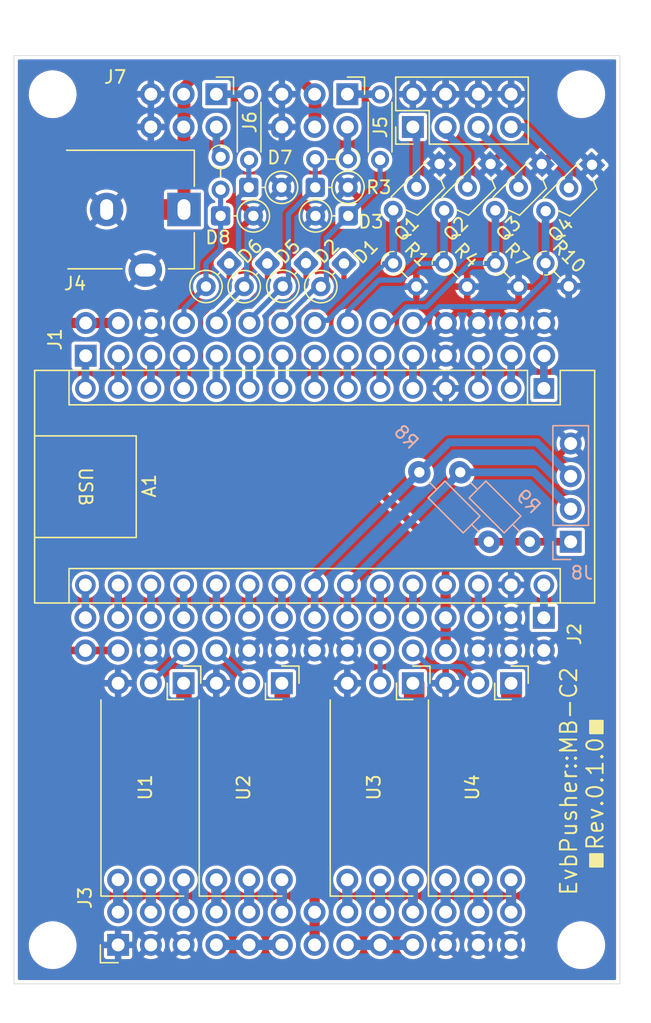
<source format=kicad_pcb>
(kicad_pcb (version 20241229) (generator "pcbnew") (generator_version "9.0")
  (title_block (title "EVBPusher Main Board Type C2") (rev "0.1.0") (company "田中屋電脳部"))
  (layers (0 "F.Cu" signal) (2 "B.Cu" signal) (13 "F.Paste" user) (15 "B.Paste" user) (5 "F.SilkS" user "F.Silkscreen") (7 "B.SilkS" user "B.Silkscreen") (1 "F.Mask" user) (3 "B.Mask" user) (25 "Edge.Cuts" user))
  (net 0 "")
  (net 1 "/A5")
  (net 2 "GND")
  (net 3 "/PIN17_3V3")
  (net 4 "/A4")
  (net 5 "/D5")
  (net 6 "/A6")
  (net 7 "/PIN18_AREF")
  (net 8 "/D10")
  (net 9 "/A3")
  (net 10 "/A7")
  (net 11 "/TX1_DO_NOT_USE")
  (net 12 "/D2")
  (net 13 "/RX1_DO_NOT_USE")
  (net 14 "/D7")
  (net 15 "/PIN30_VIN")
  (net 16 "/D11")
  (net 17 "/A0")
  (net 18 "/PIN27_5V")
  (net 19 "/D9")
  (net 20 "/A1")
  (net 21 "/D13")
  (net 22 "/D3")
  (net 23 "/D8")
  (net 24 "/PIN3_RST")
  (net 25 "/D6")
  (net 26 "/PIN28_RST")
  (net 27 "/D12")
  (net 28 "/D4")
  (net 29 "/A2")
  (net 30 "+5VP")
  (net 31 "/SW_OD3")
  (net 32 "/SW_OD4")
  (net 33 "/SW_OD2")
  (net 34 "/SW_OD1")
  (net 35 "Net-(J3-Pin_6)")
  (net 36 "Net-(J3-Pin_2)")
  (net 37 "Net-(J3-Pin_10)")
  (net 38 "Net-(J3-Pin_4)")
  (net 39 "/EXT_COM1")
  (net 40 "Net-(J3-Pin_12)")
  (net 41 "/EXT_COM2")
  (net 42 "/LIGHT")
  (net 43 "/OD3")
  (net 44 "/OD2")
  (net 45 "/OD1")
  (net 46 "/RELAY1")
  (net 47 "/RELAY2")
  (net 48 "/RELAY3")
  (net 49 "/RELAY4")
  (net 50 "Net-(J3-Pin_8)")
  (net 51 "Net-(J6-Pin_2)")
  (net 52 "Net-(J6-Pin_1)")
  (net 53 "Net-(J7-Pin_1)")
  (net 54 "Net-(J7-Pin_2)")
  (net 55 "Net-(J3-Pin_16)")
  (net 56 "Net-(J3-Pin_22)")
  (net 57 "Net-(J3-Pin_18)")
  (net 58 "Net-(J3-Pin_20)")
  (net 59 "Net-(J3-Pin_26)")
  (net 60 "Net-(J3-Pin_24)")
  (net 61 "/SRV1")
  (net 62 "/SRV2")
  (net 63 "/SRV3")
  (net 64 "/SRV4")
  (footprint "01_Prj_Local_Footpint:PinHeader_2x03_P2.54mm_nomargin_Vertical" (layer "F.Cu") (at 115.7 81 -90)
    (property "Reference" "J7")
    (property "Value" "Servo 3x2 header")
  )
  (footprint "MountingHole:MountingHole_3.2mm_M3" (layer "F.Cu") (at 144 81)
    (property "Reference" "MH2" (hide yes))
    (property "Value" "MountingHole_3.2mm_M3" (hide yes))
  )
  (footprint "01_Prj_Local_Footpint:BarrelJack_2.1mm_4A_18742_TMVC" (layer "F.Cu") (at 113.185 89.941 -90)
    (property "Reference" "J4")
    (property "Value" "Barrel_Jack_Switch")
  )
  (footprint "01_Prj_Local_Footpint:PinHeader_2x13_P2.54mm_Vertical" (layer "F.Cu") (at 108.0772 146.9774 90)
    (property "Reference" "J3")
    (property "Value" "Cut_of_PH-2x40RG")
  )
  (footprint "01_Prj_Local_Footpint:TO-92S_Wide_TMVC" (layer "F.Cu") (at 133.012651 86.405749 -135)
    (property "Reference" "Q1")
    (property "Value" "INK021ABS1-T112")
  )
  (footprint "MountingHole:MountingHole_3.2mm_M3" (layer "F.Cu") (at 103 147)
    (property "Reference" "MH3" (hide yes))
    (property "Value" "MountingHole_3.2mm_M3" (hide yes))
  )
  (footprint "01_Prj_Local_Footpint:D_DO-34_SOD68_P2.54mm_Vertical_KathodeUp" (layer "F.Cu") (at 118.2118 88.2272)
    (property "Reference" "D7")
    (property "Value" "1S2076A")
  )
  (footprint "01_Prj_Local_Footpint:AE-G5V-DRV" (layer "F.Cu") (at 113.1572 126.6828 -90)
    (property "Reference" "U1")
    (property "Value" "AE-G5V-DRV" (hide yes))
  )
  (footprint "01_Prj_Local_Footpint:R_Axial_DIN0204_L3.6mm_D1.6mm_P2.54mm_Vertical" (layer "F.Cu") (at 125.908 86.0428 180)
    (property "Reference" "R3")
    (property "Value" "470")
  )
  (footprint "01_Prj_Local_Footpint:TO-92S_Wide_TMVC" (layer "F.Cu") (at 144.834353 86.471247 -135)
    (property "Reference" "Q4")
    (property "Value" "INK021ABS1-T112")
  )
  (footprint "01_Prj_Local_Footpint:AE-G5V-DRV" (layer "F.Cu") (at 130.9372 126.6828 -90)
    (property "Reference" "U3")
    (property "Value" "AE-G5V-DRV" (hide yes))
  )
  (footprint "01_Prj_Local_Footpint:R_Axial_DIN0204_L3.6mm_D1.6mm_P2.54mm_Vertical" (layer "F.Cu") (at 129.41413 94.12093 -45)
    (property "Reference" "R1")
    (property "Value" "680k ohm")
  )
  (footprint "MountingHole:MountingHole_3.2mm_M3" (layer "F.Cu") (at 144 147)
    (property "Reference" "MH4" (hide yes))
    (property "Value" "MountingHole_3.2mm_M3" (hide yes))
  )
  (footprint "01_Prj_Local_Footpint:D_DO-34_SOD68_P2.54mm_Vertical_KathodeUp" (layer "F.Cu") (at 116.0274 90.437)
    (property "Reference" "D8")
    (property "Value" "1S2076A")
  )
  (footprint "01_Prj_Local_Footpint:D_DO-34_SOD68_P2.54mm_Vertical_KathodeUp" (layer "F.Cu") (at 123.368 88.2272)
    (property "Reference" "D4" (hide yes))
    (property "Value" "1S2076A")
  )
  (footprint "01_Prj_Local_Footpint:D_DO-34_SOD68_P2.54mm_Vertical_KathodeUp" (layer "F.Cu") (at 122.649451 94.101949 -135)
    (property "Reference" "D2")
    (property "Value" "1S2076A")
  )
  (footprint "01_Prj_Local_Footpint:TO-92S_Wide_TMVC" (layer "F.Cu") (at 136.967051 86.41375 -135)
    (property "Reference" "Q2")
    (property "Value" "INK021ABS1-T112")
  )
  (footprint "01_Prj_Local_Footpint:D_DO-34_SOD68_P2.54mm_Vertical_KathodeUp" (layer "F.Cu") (at 125.595851 94.127349 -135)
    (property "Reference" "D1")
    (property "Value" "1S2076A")
  )
  (footprint "01_Prj_Local_Footpint:R_Axial_DIN0204_L3.6mm_D1.6mm_P5.08mm_Horizontal" (layer "F.Cu") (at 128.3972 86.0936 90)
    (property "Reference" "R2" (hide yes))
    (property "Value" "470")
  )
  (footprint "01_Prj_Local_Footpint:R_Axial_DIN0204_L3.6mm_D1.6mm_P2.54mm_Vertical" (layer "F.Cu") (at 141.231549 94.101949 -45)
    (property "Reference" "R10")
    (property "Value" "680k ohm")
  )
  (footprint "01_Prj_Local_Footpint:R_Axial_DIN0204_L3.6mm_D1.6mm_P5.08mm_Horizontal" (layer "F.Cu") (at 118.2372 86.0936 90)
    (property "Reference" "R5" (hide yes))
    (property "Value" "470")
  )
  (footprint "01_Prj_Local_Footpint:Arduino_Nano__silk_tune" (layer "F.Cu") (at 141.1 103.82 -90)
    (property "Reference" "A1")
    (property "Value" "Arduino_Nano_Every")
  )
  (footprint "01_Prj_Local_Footpint:D_DO-34_SOD68_P2.54mm_Vertical_KathodeUp" (layer "F.Cu") (at 116.689103 94.118697 -135)
    (property "Reference" "D6")
    (property "Value" "1S2076A")
  )
  (footprint "01_Prj_Local_Footpint:AE-G5V-DRV" (layer "F.Cu") (at 138.5572 126.6828 -90)
    (property "Reference" "U4")
    (property "Value" "AE-G5V-DRV" (hide yes))
  )
  (footprint "01_Prj_Local_Footpint:PinHeader_2x03_P2.54mm_nomargin_Vertical" (layer "F.Cu") (at 125.86 81 -90)
    (property "Reference" "J6")
    (property "Value" "Servo 3x2 header")
  )
  (footprint "01_Prj_Local_Footpint:D_DO-34_SOD68_P2.54mm_Vertical_KathodeUp" (layer "F.Cu") (at 125.92633 90.437 180)
    (property "Reference" "D3")
    (property "Value" "1S2076A")
  )
  (footprint "01_Prj_Local_Footpint:TO-92S_Wide_TMVC" (layer "F.Cu") (at 140.929451 86.41375 -135)
    (property "Reference" "Q3")
    (property "Value" "INK021ABS1-T112")
  )
  (footprint "01_Prj_Local_Footpint:PinHeader_2x04_P2.54mm_nomargin_Vertical" (layer "F.Cu") (at 130.94 83.54 90)
    (property "Reference" "J5")
    (property "Value" "Conn_02x04_Odd_Even")
  )
  (footprint "01_Prj_Local_Footpint:PinHeader_2x15_P2.54mm_Vertical" (layer "F.Cu") (at 105.5626 101.2828 90)
    (property "Reference" "J1")
    (property "Value" "PH-2x15SG")
  )
  (footprint "01_Prj_Local_Footpint:PinHeader_2x15_P2.54mm_Vertical" (layer "F.Cu") (at 141.0972 121.6028 -90)
    (property "Reference" "J2")
    (property "Value" "PH-2x15SG")
  )
  (footprint "01_Prj_Local_Footpint:R_Axial_DIN0204_L3.6mm_D1.6mm_P2.54mm_Vertical" (layer "F.Cu") (at 133.357549 94.127349 -45)
    (property "Reference" "R4")
    (property "Value" "680k ohm")
  )
  (footprint "01_Prj_Local_Footpint:D_DO-34_SOD68_P2.54mm_Vertical_KathodeUp" (layer "F.Cu") (at 119.652251 94.127349 -135)
    (property "Reference" "D5")
    (property "Value" "1S2076A")
  )
  (footprint "01_Prj_Local_Footpint:R_Axial_DIN0204_L3.6mm_D1.6mm_P2.54mm_Vertical" (layer "F.Cu") (at 137.345349 94.127349 -45)
    (property "Reference" "R7")
    (property "Value" "680k ohm")
  )
  (footprint "01_Prj_Local_Footpint:AE-G5V-DRV" (layer "F.Cu") (at 120.7772 126.6828 -90)
    (property "Reference" "U2")
    (property "Value" "AE-G5V-DRV" (hide yes))
  )
  (footprint "MountingHole:MountingHole_3.2mm_M3" (layer "F.Cu") (at 103 81)
    (property "Reference" "MH1" (hide yes))
    (property "Value" "MountingHole_3.2mm_M3" (hide yes))
  )
  (footprint "01_Prj_Local_Footpint:R_Axial_DIN0204_L3.6mm_D1.6mm_P2.54mm_Vertical" (layer "F.Cu") (at 116.0274 85.865 -90)
    (property "Reference" "R6" (hide yes))
    (property "Value" "470")
  )
  (footprint "01_Prj_Local_Footpint:R_Axial_DIN0204_L3.6mm_D1.6mm_P7.62mm_Horizontal_TMVC" (layer "B.Cu") (at 140.005 115.71 135)
    (property "Reference" "R9")
    (property "Value" "4.7k")
  )
  (footprint "01_Prj_Local_Footpint:R_Axial_DIN0204_L3.6mm_D1.6mm_P7.62mm_Horizontal_TMVC" (layer "B.Cu") (at 136.83 115.71 135)
    (property "Reference" "R8")
    (property "Value" "4.7k")
  )
  (footprint "01_Prj_Local_Footpint:PinHeader_1x04_P2.54mm_Vertical" (layer "B.Cu") (at 143.18 115.71)
    (property "Reference" "J8")
    (property "Value" "Conn_01x04_Pin")
  )
  (gr_rect (start 100 78) (end 147 150) (stroke (width 0.05)) (fill no) (layer "Edge.Cuts"))
  (gr_text "EvbPusher::MB-C2\n  ■Rev.0.1.0■" (at 145.8216 143.2436 90) (layer "F.SilkS") (effects (font (size 1.27 1.27) (thickness 0.153)) (justify left bottom)))
  (segment (start 125.86 121.6) (end 125.8572 121.6028) (width 0.6) (layer "B.Cu") (net 1))
  (segment (start 134.616846 110.321846) (end 140.331846 110.321846) (width 0.6) (layer "B.Cu") (net 1))
  (segment (start 125.86 119.06) (end 134.598154 110.321846) (width 0.6) (layer "B.Cu") (net 1))
  (segment (start 125.86 119.06) (end 125.86 121.6) (width 0.6) (layer "B.Cu") (net 1))
  (segment (start 134.598154 110.321846) (end 134.616846 110.321846) (width 0.6) (layer "B.Cu") (net 1))
  (segment (start 140.331846 110.321846) (end 143.18 113.17) (width 0.6) (layer "B.Cu") (net 1))
  (segment (start 120.447 83.873) (end 120.78 83.54) (width 1) (layer "B.Cu") (net 2))
  (segment (start 120.701 84.127) (end 120.447 83.873) (width 0.6) (layer "B.Cu") (net 2))
  (segment (start 110.883 83.54) (end 110.62 83.54) (width 0.6) (layer "B.Cu") (net 2))
  (segment (start 108.08 119.06) (end 108.08 121.6) (width 0.6) (layer "B.Cu") (net 3))
  (segment (start 108.08 121.6) (end 108.0772 121.6028) (width 0.6) (layer "B.Cu") (net 3))
  (segment (start 123.3172 121.6028) (end 123.3172 119.0628) (width 0.6) (layer "B.Cu") (net 4))
  (segment (start 123.3172 119.0628) (end 123.32 119.06) (width 0.6) (layer "B.Cu") (net 4))
  (segment (start 123.32 118.443692) (end 131.441846 110.321846) (width 0.6) (layer "B.Cu") (net 4))
  (segment (start 123.32 121.6) (end 123.3172 121.6028) (width 0.6) (layer "B.Cu") (net 4))
  (segment (start 140.55 108) (end 143.18 110.63) (width 0.6) (layer "B.Cu") (net 4))
  (segment (start 123.32 119.06) (end 123.32 118.443692) (width 0.6) (layer "B.Cu") (net 4))
  (segment (start 131.441846 110.321846) (end 133.763692 108) (width 0.6) (layer "B.Cu") (net 4))
  (segment (start 133.763692 108) (end 140.55 108) (width 0.6) (layer "B.Cu") (net 4))
  (segment (start 123.32 101.3054) (end 123.3426 101.2828) (width 0.6) (layer "B.Cu") (net 5))
  (segment (start 123.32 103.82) (end 123.32 101.3054) (width 0.6) (layer "B.Cu") (net 5))
  (segment (start 128.4 121.6) (end 128.3972 121.6028) (width 0.6) (layer "B.Cu") (net 6))
  (segment (start 128.4 119.06) (end 128.4 121.6) (width 0.6) (layer "B.Cu") (net 6))
  (segment (start 110.62 121.6) (end 110.6172 121.6028) (width 0.6) (layer "B.Cu") (net 7))
  (segment (start 110.62 119.06) (end 110.62 121.6) (width 0.6) (layer "B.Cu") (net 7))
  (segment (start 110.62 101.3054) (end 110.6426 101.2828) (width 0.6) (layer "B.Cu") (net 8))
  (segment (start 110.62 103.82) (end 110.62 101.3054) (width 0.6) (layer "B.Cu") (net 8))
  (segment (start 120.78 119.06) (end 120.78 121.6) (width 0.6) (layer "B.Cu") (net 9))
  (segment (start 120.78 121.6) (end 120.7772 121.6028) (width 0.6) (layer "B.Cu") (net 9))
  (segment (start 130.94 119.06) (end 130.94 121.6) (width 0.6) (layer "B.Cu") (net 10))
  (segment (start 130.94 121.6) (end 130.9372 121.6028) (width 0.6) (layer "B.Cu") (net 10))
  (segment (start 141.1 101.3054) (end 141.1226 101.2828) (width 0.6) (layer "B.Cu") (net 11))
  (segment (start 141.1 103.82) (end 141.1 101.3054) (width 0.6) (layer "B.Cu") (net 11))
  (segment (start 130.94 101.3054) (end 130.9626 101.2828) (width 0.6) (layer "B.Cu") (net 12))
  (segment (start 130.94 103.82) (end 130.94 101.3054) (width 0.6) (layer "B.Cu") (net 12))
  (segment (start 138.56 101.3054) (end 138.5826 101.2828) (width 0.6) (layer "B.Cu") (net 13))
  (segment (start 138.56 103.82) (end 138.56 101.3054) (width 0.6) (layer "B.Cu") (net 13))
  (segment (start 118.24 103.82) (end 118.24 101.554785) (width 0.6) (layer "B.Cu") (net 14))
  (segment (start 118.24 101.554785) (end 118.115307 101.430092) (width 0.6) (layer "B.Cu") (net 14))
  (segment (start 141.1 119.06) (end 141.1 121.6) (width 0.6) (layer "B.Cu") (net 15))
  (segment (start 141.1 121.6) (end 141.0972 121.6028) (width 0.6) (layer "B.Cu") (net 15))
  (segment (start 108.08 103.82) (end 108.08 101.3054) (width 0.6) (layer "B.Cu") (net 16))
  (segment (start 108.08 101.3054) (end 108.1026 101.2828) (width 0.6) (layer "B.Cu") (net 16))
  (segment (start 113.16 121.6) (end 113.1572 121.6028) (width 0.6) (layer "B.Cu") (net 17))
  (segment (start 113.16 119.06) (end 113.16 121.6) (width 0.6) (layer "B.Cu") (net 17))
  (segment (start 123.85916 97.4918) (end 122.7902 97.4918) (width 0.4) (layer "F.Cu") (net 18))
  (segment (start 133.48 116.932) (end 134.702 115.71) (width 0.6) (layer "F.Cu") (net 18))
  (segment (start 114.4716 105.0356) (end 114.478 105.042) (width 0.4) (layer "F.Cu") (net 18))
  (segment (start 122.098 105.55) (end 114.986 105.55) (width 0.6) (layer "F.Cu") (net 18))
  (segment (start 134.702 115.71) (end 136.83 115.71) (width 0.6) (layer "F.Cu") (net 18))
  (segment (start 117.98536 97.422) (end 117.814218 97.422) (width 0.4) (layer "F.Cu") (net 18))
  (segment (start 136.83 115.71) (end 143.18 115.71) (width 0.6) (layer "F.Cu") (net 18))
  (segment (start 117.018 100.758218) (end 117.0116 100.764618) (width 0.4) (layer "F.Cu") (net 18))
  (segment (start 117.814218 97.422) (end 117.0116 98.224618) (width 0.4) (layer "F.Cu") (net 18))
  (segment (start 120.284418 97.4918) (end 119.5516 98.224618) (width 0.4) (layer "F.Cu") (net 18))
  (segment (start 133.4772 124.1428) (end 133.4772 119.0628) (width 0.8) (layer "F.Cu") (net 18))
  (segment (start 119.558 105.042) (end 119.558 105.55) (width 0.4) (layer "F.Cu") (net 18))
  (segment (start 125.595851 94.127349) (end 125.595851 95.755109) (width 0.4) (layer "F.Cu") (net 18))
  (segment (start 116.689103 94.118697) (end 116.689103 96.007115) (width 0.4) (layer "F.Cu") (net 18))
  (segment (start 125.595851 95.755109) (end 123.85916 97.4918) (width 0.4) (layer "F.Cu") (net 18))
  (segment (start 122.0916 105.0356) (end 122.098 105.042) (width 0.4) (layer "F.Cu") (net 18))
  (segment (start 122.098 105.042) (end 122.098 105.55) (width 0.4) (layer "F.Cu") (net 18))
  (segment (start 116.689103 96.007115) (end 114.4716 98.224618) (width 0.4) (layer "F.Cu") (net 18))
  (segment (start 117.0116 99.260982) (end 117.018 99.267382) (width 0.4) (layer "F.Cu") (net 18))
  (segment (start 114.986 105.55) (end 114.478 105.042) (width 0.6) (layer "F.Cu") (net 18))
  (segment (start 119.652251 94.127349) (end 119.652251 95.755109) (width 0.4) (layer "F.Cu") (net 18))
  (segment (start 117.018 101.807382) (end 117.018 105.55) (width 0.4) (layer "F.Cu") (net 18))
  (segment (start 117.0116 98.224618) (end 117.0116 99.260982) (width 0.4) (layer "F.Cu") (net 18))
  (segment (start 122.7902 97.4918) (end 122.0916 98.1904) (width 0.4) (layer "F.Cu") (net 18))
  (segment (start 117.018 99.267382) (end 117.018 100.758218) (width 0.4) (layer "F.Cu") (net 18))
  (segment (start 119.5516 105.0356) (end 119.558 105.042) (width 0.4) (layer "F.Cu") (net 18))
  (segment (start 114.4716 98.224618) (end 114.4716 105.0356) (width 0.4) (layer "F.Cu") (net 18))
  (segment (start 122.649451 95.729709) (end 120.88736 97.4918) (width 0.4) (layer "F.Cu") (net 18))
  (segment (start 122.649451 94.101949) (end 122.649451 95.729709) (width 0.4) (layer "F.Cu") (net 18))
  (segment (start 133.4772 119.0628) (end 133.48 119.06) (width 0.8) (layer "F.Cu") (net 18))
  (segment (start 117.0116 101.800982) (end 117.018 101.807382) (width 0.4) (layer "F.Cu") (net 18))
  (segment (start 122.0916 98.1904) (end 122.0916 105.0356) (width 0.4) (layer "F.Cu") (net 18))
  (segment (start 119.5516 98.224618) (end 119.5516 105.0356) (width 0.4) (layer "F.Cu") (net 18))
  (segment (start 133.48 119.06) (end 133.48 116.932) (width 0.6) (layer "F.Cu") (net 18))
  (segment (start 117.0116 100.764618) (end 117.0116 101.800982) (width 0.4) (layer "F.Cu") (net 18))
  (segment (start 133.48 116.932) (end 122.098 105.55) (width 0.6) (layer "F.Cu") (net 18))
  (segment (start 120.88736 97.4918) (end 120.284418 97.4918) (width 0.4) (layer "F.Cu") (net 18))
  (segment (start 119.652251 95.755109) (end 117.98536 97.422) (width 0.4) (layer "F.Cu") (net 18))
  (segment (start 133.5026 119.0374) (end 133.48 119.06) (width 0.6) (layer "B.Cu") (net 18))
  (segment (start 113.16 103.82) (end 113.16 101.3054) (width 0.6) (layer "B.Cu") (net 19))
  (segment (start 113.16 101.3054) (end 113.1826 101.2828) (width 0.6) (layer "B.Cu") (net 19))
  (segment (start 115.7 121.6) (end 115.6972 121.6028) (width 0.6) (layer "B.Cu") (net 20))
  (segment (start 115.7 119.06) (end 115.7 121.6) (width 0.6) (layer "B.Cu") (net 20))
  (segment (start 105.54 121.6) (end 105.5372 121.6028) (width 0.6) (layer "B.Cu") (net 21))
  (segment (start 105.54 119.06) (end 105.54 121.6) (width 0.6) (layer "B.Cu") (net 21))
  (segment (start 128.4 103.82) (end 128.4 101.3054) (width 0.6) (layer "B.Cu") (net 22))
  (segment (start 128.4 101.3054) (end 128.4226 101.2828) (width 0.6) (layer "B.Cu") (net 22))
  (segment (start 115.7 101.3054) (end 115.7226 101.2828) (width 0.6) (layer "B.Cu") (net 23))
  (segment (start 115.7 103.82) (end 115.7 101.3054) (width 0.6) (layer "B.Cu") (net 23))
  (segment (start 136.02 101.3054) (end 136.0426 101.2828) (width 0.6) (layer "B.Cu") (net 24))
  (segment (start 136.02 103.82) (end 136.02 101.3054) (width 0.6) (layer "B.Cu") (net 24))
  (segment (start 120.78 101.5166) (end 120.8026 101.494) (width 0.6) (layer "B.Cu") (net 25))
  (segment (start 120.78 103.82) (end 120.78 101.5166) (width 0.6) (layer "B.Cu") (net 25))
  (segment (start 136.02 121.6) (end 136.0172 121.6028) (width 0.6) (layer "B.Cu") (net 26))
  (segment (start 136.02 119.06) (end 136.02 121.6) (width 0.6) (layer "B.Cu") (net 26))
  (segment (start 105.54 101.3054) (end 105.5626 101.2828) (width 0.6) (layer "B.Cu") (net 27))
  (segment (start 105.54 103.82) (end 105.54 101.3054) (width 0.6) (layer "B.Cu") (net 27))
  (segment (start 125.86 103.82) (end 125.86 101.3054) (width 0.6) (layer "B.Cu") (net 28))
  (segment (start 125.86 101.3054) (end 125.8826 101.2828) (width 0.6) (layer "B.Cu") (net 28))
  (segment (start 118.24 121.6) (end 118.2372 121.6028) (width 0.6) (layer "B.Cu") (net 29))
  (segment (start 118.24 119.06) (end 118.24 121.6) (width 0.6) (layer "B.Cu") (net 29))
  (segment (start 121.7944 79.449) (end 123.3454 81) (width 0.8) (layer "F.Cu") (net 30))
  (segment (start 105.588 98.7428) (end 103.2258 98.7428) (width 0.8) (layer "F.Cu") (net 30))
  (segment (start 123.3934 129.9086) (end 131.0388 129.9086) (width 1.6) (layer "F.Cu") (net 30))
  (segment (start 123.3172 146.9774) (end 123.3172 144.4374) (width 0.8) (layer "F.Cu") (net 30))
  (segment (start 103.2004 97.7014) (end 103.2004 98.7682) (width 1.6) (layer "F.Cu") (net 30))
  (segment (start 107.0358 129.9086) (end 113.1826 129.9086) (width 1.6) (layer "F.Cu") (net 30))
  (segment (start 113.1826 129.9086) (end 120.7518 129.9086) (width 1.6) (layer "F.Cu") (net 30))
  (segment (start 113.1826 126.6828) (end 113.1826 129.9086) (width 1.2) (layer "F.Cu") (net 30))
  (segment (start 108.1026 124.1428) (end 105.5626 124.1428) (width 0.6) (layer "F.Cu") (net 30))
  (segment (start 103.2004 98.7682) (end 103.2004 126.0732) (width 1.6) (layer "F.Cu") (net 30))
  (segment (start 120.8026 126.6828) (end 120.8026 129.8578) (width 1.2) (layer "F.Cu") (net 30))
  (segment (start 123.3172 144.4374) (end 123.3172 134.3282) (width 0.8) (layer "F.Cu") (net 30))
  (segment (start 123.3426 129.9594) (end 123.3934 129.9086) (width 0.8) (layer "F.Cu") (net 30))
  (segment (start 123.3172 134.3282) (end 123.3426 134.3028) (width 0.8) (layer "F.Cu") (net 30))
  (segment (start 137.8068 129.9086) (end 138.5826 129.1328) (width 1.6) (layer "F.Cu") (net 30))
  (segment (start 138.5826 129.1328) (end 138.5826 126.6828) (width 1.6) (layer "F.Cu") (net 30))
  (segment (start 123.3454 83.54) (end 123.3454 81) (width 1) (layer "F.Cu") (net 30))
  (segment (start 131.0388 129.9086) (end 131.0388 126.759) (width 1.6) (layer "F.Cu") (net 30))
  (segment (start 105.5626 124.1428) (end 103.2258 124.1428) (width 0.6) (layer "F.Cu") (net 30))
  (segment (start 113.1854 80.438) (end 114.1744 79.449) (width 0.8) (layer "F.Cu") (net 30))
  (segment (start 120.7518 129.9086) (end 123.3934 129.9086) (width 1.6) (layer "F.Cu") (net 30))
  (segment (start 105.588 98.7428) (end 108.128 98.7428) (width 0.8) (layer "F.Cu") (net 30))
  (segment (start 103.2004 126.0732) (end 107.0358 129.9086) (width 1.6) (layer "F.Cu") (net 30))
  (segment (start 110.9608 89.941) (end 103.2004 97.7014) (width 1.6) (layer "F.Cu") (net 30))
  (segment (start 131.0388 129.9086) (end 137.8068 129.9086) (width 1.6) (layer "F.Cu") (net 30))
  (segment (start 113.2104 89.941) (end 110.9608 89.941) (width 1.6) (layer "F.Cu") (net 30))
  (segment (start 113.1854 83.54) (end 113.1854 89.916) (width 1) (layer "F.Cu") (net 30))
  (segment (start 113.1854 81) (end 113.1854 83.54) (width 1) (layer "F.Cu") (net 30))
  (segment (start 114.1744 79.449) (end 121.7944 79.449) (width 0.8) (layer "F.Cu") (net 30))
  (segment (start 123.3426 134.3028) (end 123.3426 129.9594) (width 0.8) (layer "F.Cu") (net 30))
  (segment (start 131.0134 126.759) (end 130.9372 126.6828) (width 1.6) (layer "B.Cu") (net 30))
  (segment (start 138.56 126.6856) (end 138.5572 126.6828) (width 1.6) (layer "B.Cu") (net 30))
  (segment (start 113.16 89.916) (end 113.185 89.941) (width 1) (layer "B.Cu") (net 30))
  (segment (start 136.02 83.8358) (end 136.02 83.54) (width 0.6) (layer "B.Cu") (net 31))
  (segment (start 139.1334 86.9492) (end 136.02 83.8358) (width 0.6) (layer "B.Cu") (net 31))
  (segment (start 139.1334 88.209801) (end 139.1334 86.9492) (width 0.6) (layer "B.Cu") (net 31))
  (segment (start 143.038302 86.965551) (end 139.612751 83.54) (width 0.6) (layer "B.Cu") (net 32))
  (segment (start 143.038302 88.267298) (end 143.038302 86.965551) (width 0.6) (layer "B.Cu") (net 32))
  (segment (start 139.612751 83.54) (end 138.56 83.54) (width 0.6) (layer "B.Cu") (net 32))
  (segment (start 138.481 83.619) (end 138.56 83.54) (width 0.8) (layer "B.Cu") (net 32))
  (segment (start 133.48 84.074761) (end 133.48 83.54) (width 0.8) (layer "B.Cu") (net 33))
  (segment (start 133.48 83.9673) (end 133.48 83.54) (width 0.6) (layer "B.Cu") (net 33))
  (segment (start 135.171 88.209801) (end 135.171 85.6583) (width 0.6) (layer "B.Cu") (net 33))
  (segment (start 135.171 85.6583) (end 133.48 83.9673) (width 0.6) (layer "B.Cu") (net 33))
  (segment (start 131.2166 83.8166) (end 130.94 83.54) (width 0.6) (layer "B.Cu") (net 34))
  (segment (start 131.2166 88.2018) (end 131.2166 83.8166) (width 0.6) (layer "B.Cu") (net 34))
  (segment (start 113.1572 141.9228) (end 113.1572 144.4374) (width 0.8) (layer "B.Cu") (net 35))
  (segment (start 108.0772 141.9228) (end 108.0772 144.4374) (width 0.8) (layer "B.Cu") (net 36))
  (segment (start 118.2372 141.9228) (end 118.2372 144.4374) (width 0.8) (layer "B.Cu") (net 37))
  (segment (start 110.6172 141.9228) (end 110.6172 144.4374) (width 0.8) (layer "B.Cu") (net 38))
  (segment (start 118.2372 146.9774) (end 120.7772 146.9774) (width 0.8) (layer "B.Cu") (net 39))
  (segment (start 115.6972 146.9774) (end 118.2372 146.9774) (width 0.8) (layer "B.Cu") (net 39))
  (segment (start 120.7772 141.9228) (end 120.7772 144.4374) (width 0.8) (layer "B.Cu") (net 40))
  (segment (start 128.3972 146.9774) (end 130.9372 146.9774) (width 0.8) (layer "B.Cu") (net 41))
  (segment (start 125.8572 146.9774) (end 128.3972 146.9774) (width 0.8) (layer "B.Cu") (net 41))
  (segment (start 123.5458 98.5396) (end 124.3332 98.5396) (width 0.4) (layer "B.Cu") (net 42))
  (segment (start 129.41413 90.00427) (end 129.420549 89.997851) (width 0.6) (layer "B.Cu") (net 42))
  (segment (start 125.364418 97.4918) (end 125.381 97.4918) (width 0.4) (layer "B.Cu") (net 42))
  (segment (start 124.6316 98.224618) (end 125.364418 97.4918) (width 0.4) (layer "B.Cu") (net 42))
  (segment (start 124.3332 98.5396) (end 124.6316 98.2412) (width 0.4) (layer "B.Cu") (net 42))
  (segment (start 124.6316 98.2412) (end 124.6316 98.224618) (width 0.4) (layer "B.Cu") (net 42))
  (segment (start 123.3426 98.7428) (end 123.5458 98.5396) (width 0.4) (layer "B.Cu") (net 42))
  (segment (start 128.75187 94.12093) (end 129.41413 94.12093) (width 0.4) (layer "B.Cu") (net 42))
  (segment (start 125.381 97.4918) (end 128.75187 94.12093) (width 0.4) (layer "B.Cu") (net 42))
  (segment (start 129.41413 94.12093) (end 129.41413 90.00427) (width 0.6) (layer "B.Cu") (net 42))
  (segment (start 131.301342 94.127349) (end 133.357549 94.127349) (width 0.4) (layer "B.Cu") (net 43))
  (segment (start 130.009181 95.41951) (end 131.301342 94.127349) (width 0.4) (layer "B.Cu") (net 43))
  (segment (start 125.8826 97.840142) (end 128.303232 95.41951) (width 0.4) (layer "B.Cu") (net 43))
  (segment (start 128.303232 95.41951) (end 130.009181 95.41951) (width 0.4) (layer "B.Cu") (net 43))
  (segment (start 133.357549 90.023252) (end 133.374949 90.005852) (width 0.6) (layer "B.Cu") (net 43))
  (segment (start 125.8826 98.7428) (end 125.8826 97.840142) (width 0.4) (layer "B.Cu") (net 43))
  (segment (start 133.357549 94.127349) (end 133.357549 90.023252) (width 0.6) (layer "B.Cu") (net 43))
  (segment (start 128.4226 98.7428) (end 129.1846 98.7428) (width 0.4) (layer "B.Cu") (net 44))
  (segment (start 130.4356 97.4918) (end 131.985 97.4918) (width 0.4) (layer "B.Cu") (net 44))
  (segment (start 137.345349 94.127349) (end 137.345349 90.013852) (width 0.6) (layer "B.Cu") (net 44))
  (segment (start 131.985 97.4918) (end 135.349451 94.127349) (width 0.4) (layer "B.Cu") (net 44))
  (segment (start 135.349451 94.127349) (end 137.345349 94.127349) (width 0.4) (layer "B.Cu") (net 44))
  (segment (start 137.345349 90.013852) (end 137.337349 90.005852) (width 0.6) (layer "B.Cu") (net 44))
  (segment (start 129.1846 98.7428) (end 130.4356 97.4918) (width 0.4) (layer "B.Cu") (net 44))
  (segment (start 141.231549 95.390301) (end 141.231549 94.101949) (width 0.4) (layer "B.Cu") (net 45))
  (segment (start 131.591997 98.7428) (end 131.7246 98.7428) (width 0.4) (layer "B.Cu") (net 45))
  (segment (start 131.7246 98.7428) (end 132.9946 97.4728) (width 0.4) (layer "B.Cu") (net 45))
  (segment (start 139.14905 97.4728) (end 141.231549 95.390301) (width 0.4) (layer "B.Cu") (net 45))
  (segment (start 141.231549 90.074051) (end 141.242251 90.063349) (width 0.6) (layer "B.Cu") (net 45))
  (segment (start 141.231549 94.101949) (end 141.231549 90.074051) (width 0.6) (layer "B.Cu") (net 45))
  (segment (start 130.9626 98.7428) (end 131.591997 98.7428) (width 0.6) (layer "B.Cu") (net 45))
  (segment (start 132.9946 97.4728) (end 139.14905 97.4728) (width 0.4) (layer "B.Cu") (net 45))
  (segment (start 110.6172 126.6828) (end 113.1572 124.1428) (width 0.4) (layer "B.Cu") (net 46))
  (segment (start 115.6972 124.1428) (end 118.2372 126.6828) (width 0.4) (layer "B.Cu") (net 47))
  (segment (start 128.3972 126.6828) (end 128.3972 124.1428) (width 0.4) (layer "B.Cu") (net 48))
  (segment (start 132.1882 125.3938) (end 130.9372 124.1428) (width 0.4) (layer "B.Cu") (net 49))
  (segment (start 134.7282 125.3938) (end 132.1882 125.3938) (width 0.4) (layer "B.Cu") (net 49))
  (segment (start 136.0172 126.6828) (end 134.7282 125.3938) (width 0.4) (layer "B.Cu") (net 49))
  (segment (start 115.6972 141.9228) (end 115.6972 144.4374) (width 0.8) (layer "B.Cu") (net 50))
  (segment (start 125.86 83.54) (end 125.86 85.9948) (width 0.6) (layer "B.Cu") (net 51))
  (segment (start 125.86 85.9948) (end 125.908 86.0428) (width 0.6) (layer "B.Cu") (net 51))
  (segment (start 125.86 81) (end 128.3836 81) (width 0.6) (layer "B.Cu") (net 52))
  (segment (start 128.3836 81) (end 128.3972 81.0136) (width 0.6) (layer "B.Cu") (net 52))
  (segment (start 115.7 81) (end 118.2236 81) (width 0.6) (layer "B.Cu") (net 53))
  (segment (start 118.2236 81) (end 118.2372 81.0136) (width 0.6) (layer "B.Cu") (net 53))
  (segment (start 115.7 85.5376) (end 116.0274 85.865) (width 0.6) (layer "B.Cu") (net 54))
  (segment (start 115.7 83.54) (end 115.7 85.5376) (width 0.6) (layer "B.Cu") (net 54))
  (segment (start 125.8572 144.4374) (end 125.8572 141.9228) (width 0.8) (layer "B.Cu") (net 55))
  (segment (start 133.4772 144.4374) (end 133.4772 141.9228) (width 0.8) (layer "B.Cu") (net 56))
  (segment (start 128.3972 144.4374) (end 128.3972 141.9228) (width 0.8) (layer "B.Cu") (net 57))
  (segment (start 130.9372 144.4374) (end 130.9372 141.9228) (width 0.8) (layer "B.Cu") (net 58))
  (segment (start 138.5572 144.4374) (end 138.5572 141.9228) (width 0.8) (layer "B.Cu") (net 59))
  (segment (start 136.0172 144.4374) (end 136.0172 141.9228) (width 0.8) (layer "B.Cu") (net 60))
  (segment (start 123.4696 95.9234) (end 123.7998 95.9234) (width 0.4) (layer "B.Cu") (net 61))
  (segment (start 125.92633 90.437) (end 128.3972 87.96613) (width 0.4) (layer "B.Cu") (net 61))
  (segment (start 120.8026 98.5904) (end 123.4696 95.9234) (width 0.4) (layer "B.Cu") (net 61))
  (segment (start 128.3972 87.96613) (end 128.3972 86.0936) (width 0.4) (layer "B.Cu") (net 61))
  (segment (start 124.232846 95.490354) (end 124.232846 92.130484) (width 0.4) (layer "B.Cu") (net 61))
  (segment (start 124.232846 92.130484) (end 125.92633 90.437) (width 0.4) (layer "B.Cu") (net 61))
  (segment (start 120.8026 98.7428) (end 120.8026 98.5904) (width 0.4) (layer "B.Cu") (net 61))
  (segment (start 123.7998 95.9234) (end 124.232846 95.490354) (width 0.4) (layer "B.Cu") (net 61))
  (segment (start 121.286446 90.308754) (end 123.368 88.2272) (width 0.4) (layer "B.Cu") (net 62))
  (segment (start 120.8534 95.898) (end 121.286446 95.464954) (width 0.4) (layer "B.Cu") (net 62))
  (segment (start 123.368 88.2272) (end 123.368 86.0428) (width 0.4) (layer "B.Cu") (net 62))
  (segment (start 118.2626 98.7428) (end 118.2626 98.4888) (width 0.4) (layer "B.Cu") (net 62))
  (segment (start 118.2626 98.4888) (end 120.8534 95.898) (width 0.4) (layer "B.Cu") (net 62))
  (segment (start 121.286446 95.464954) (end 121.286446 90.308754) (width 0.4) (layer "B.Cu") (net 62))
  (segment (start 118.052108 93.85394) (end 117.4164 93.218232) (width 0.4) (layer "B.Cu") (net 63))
  (segment (start 118.2118 88.2272) (end 118.2118 86.119) (width 0.4) (layer "B.Cu") (net 63))
  (segment (start 117.4164 89.0226) (end 118.2118 88.2272) (width 0.4) (layer "B.Cu") (net 63))
  (segment (start 117.4164 93.218232) (end 117.4164 89.0226) (width 0.4) (layer "B.Cu") (net 63))
  (segment (start 118.2118 86.119) (end 118.2372 86.0936) (width 0.4) (layer "B.Cu") (net 63))
  (segment (start 115.7226 98.7428) (end 115.7226 98.057) (width 0.4) (layer "B.Cu") (net 63))
  (segment (start 118.035081 94.400481) (end 118.052108 94.383454) (width 0.4) (layer "B.Cu") (net 63))
  (segment (start 115.7226 98.057) (end 117.8562 95.9234) (width 0.4) (layer "B.Cu") (net 63))
  (segment (start 118.052108 95.727492) (end 118.052108 94.417508) (width 0.4) (layer "B.Cu") (net 63))
  (segment (start 118.052108 94.383454) (end 118.052108 93.85394) (width 0.4) (layer "B.Cu") (net 63))
  (segment (start 117.8562 95.9234) (end 118.052108 95.727492) (width 0.4) (layer "B.Cu") (net 63))
  (segment (start 118.052108 94.417508) (end 118.035081 94.400481) (width 0.4) (layer "B.Cu") (net 63))
  (segment (start 114.893052 94.136748) (end 116.0274 93.0024) (width 0.4) (layer "B.Cu") (net 64))
  (segment (start 113.1826 98.7428) (end 113.1826 97.6252) (width 0.4) (layer "B.Cu") (net 64))
  (segment (start 116.0274 90.437) (end 116.0274 88.405) (width 0.4) (layer "B.Cu") (net 64))
  (segment (start 116.0274 93.0024) (end 116.0274 90.437) (width 0.4) (layer "B.Cu") (net 64))
  (segment (start 114.893052 95.914748) (end 114.893052 94.136748) (width 0.4) (layer "B.Cu") (net 64))
  (segment (start 113.1826 97.6252) (end 114.893052 95.914748) (width 0.4) (layer "B.Cu") (net 64))
  (zone (net 2) (net_name "GND") (layers "F.Cu" "B.Cu") (name "GND_PLANE") (connect_pads (clearance 0.254)) (min_thickness 0.2) (fill yes (thermal_gap 0.254) (thermal_bridge_width 0.508))
    (polygon (pts (xy 100 150) (xy 100 78) (xy 147 78) (xy 147 150)))
  )
)
</source>
